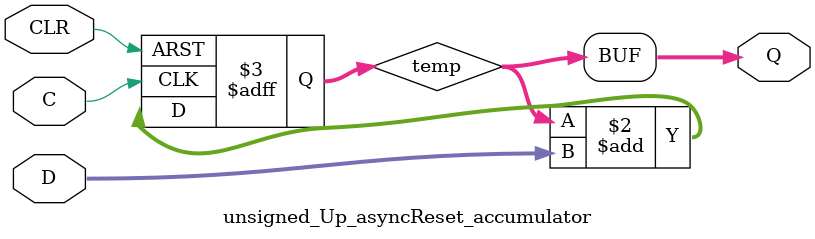
<source format=v>
`timescale 1ns / 1ps
module unsigned_Up_asyncReset_accumulator(
    input C,
    input CLR,
    input [3:0] D,
    output [3:0] Q
    );
	 reg [3:0] temp;
	 
	 always @ (posedge C or posedge CLR) begin
		if (CLR)
			temp = 4'b0000;
		else
			temp = temp + D;
	 end
	 
	 assign Q = temp;

endmodule

</source>
